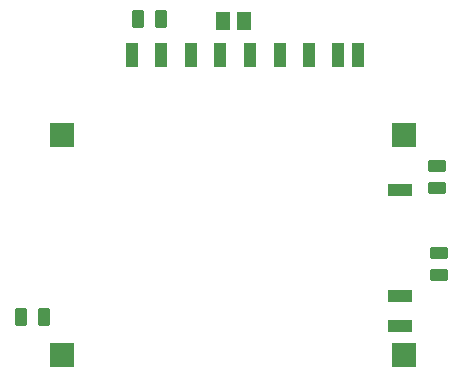
<source format=gbp>
G04*
G04 #@! TF.GenerationSoftware,Altium Limited,Altium Designer,20.1.11 (218)*
G04*
G04 Layer_Color=128*
%FSAX25Y25*%
%MOIN*%
G70*
G04*
G04 #@! TF.SameCoordinates,67A62120-44F4-422E-8626-A4E8A68DA6A5*
G04*
G04*
G04 #@! TF.FilePolarity,Positive*
G04*
G01*
G75*
G04:AMPARAMS|DCode=26|XSize=41.34mil|YSize=59.06mil|CornerRadius=4.13mil|HoleSize=0mil|Usage=FLASHONLY|Rotation=180.000|XOffset=0mil|YOffset=0mil|HoleType=Round|Shape=RoundedRectangle|*
%AMROUNDEDRECTD26*
21,1,0.04134,0.05079,0,0,180.0*
21,1,0.03307,0.05906,0,0,180.0*
1,1,0.00827,-0.01654,0.02539*
1,1,0.00827,0.01654,0.02539*
1,1,0.00827,0.01654,-0.02539*
1,1,0.00827,-0.01654,-0.02539*
%
%ADD26ROUNDEDRECTD26*%
G04:AMPARAMS|DCode=28|XSize=41.34mil|YSize=59.06mil|CornerRadius=4.13mil|HoleSize=0mil|Usage=FLASHONLY|Rotation=90.000|XOffset=0mil|YOffset=0mil|HoleType=Round|Shape=RoundedRectangle|*
%AMROUNDEDRECTD28*
21,1,0.04134,0.05079,0,0,90.0*
21,1,0.03307,0.05906,0,0,90.0*
1,1,0.00827,0.02539,0.01654*
1,1,0.00827,0.02539,-0.01654*
1,1,0.00827,-0.02539,-0.01654*
1,1,0.00827,-0.02539,0.01654*
%
%ADD28ROUNDEDRECTD28*%
G04:AMPARAMS|DCode=35|XSize=49.21mil|YSize=62.99mil|CornerRadius=4.92mil|HoleSize=0mil|Usage=FLASHONLY|Rotation=180.000|XOffset=0mil|YOffset=0mil|HoleType=Round|Shape=RoundedRectangle|*
%AMROUNDEDRECTD35*
21,1,0.04921,0.05315,0,0,180.0*
21,1,0.03937,0.06299,0,0,180.0*
1,1,0.00984,-0.01968,0.02657*
1,1,0.00984,0.01968,0.02657*
1,1,0.00984,0.01968,-0.02657*
1,1,0.00984,-0.01968,-0.02657*
%
%ADD35ROUNDEDRECTD35*%
%ADD134R,0.04331X0.07874*%
%ADD135R,0.07874X0.03937*%
%ADD136R,0.07874X0.07874*%
D26*
X0054420Y-0362901D02*
D03*
X0046900D02*
D03*
X0093550Y-0263731D02*
D03*
X0086030D02*
D03*
D28*
X0186080Y-0349080D02*
D03*
Y-0341561D02*
D03*
X0185550Y-0312521D02*
D03*
Y-0320041D02*
D03*
D35*
X0121304Y-0264251D02*
D03*
X0114256D02*
D03*
D134*
X0093676Y-0275729D02*
D03*
X0103518D02*
D03*
X0113361D02*
D03*
X0123203D02*
D03*
X0133046D02*
D03*
X0142888D02*
D03*
X0152435D02*
D03*
X0159128D02*
D03*
X0083833D02*
D03*
D135*
X0173105Y-0320611D02*
D03*
Y-0355847D02*
D03*
Y-0366083D02*
D03*
D136*
X0174680Y-0302304D02*
D03*
X0060506D02*
D03*
X0174680Y-0375729D02*
D03*
X0060506D02*
D03*
M02*

</source>
